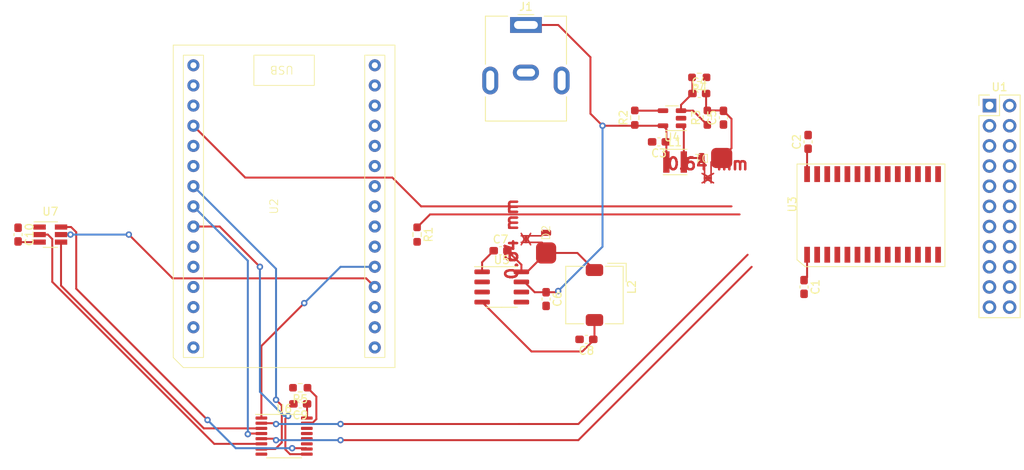
<source format=kicad_pcb>
(kicad_pcb (version 20221018) (generator pcbnew)
  (layers (0 "F.Cu" signal) (31 "B.Cu" signal) (34 "B.Paste" user) (35 "F.Paste" user) (36 "B.SilkS" user "B.Silkscreen") (37 "F.SilkS" user "F.Silkscreen") (38 "B.Mask" user) (39 "F.Mask" user) (44 "Edge.Cuts" user))
  (net 0 "")
  (net 1 "+24V")
  (net 2 "GND")
  (net 3 "+3V3")
  (net 4 "VDC")
  (net 5 "Net-(U4-FB)")
  (net 6 "Net-(U5-CB)")
  (net 7 "Net-(D2-K)")
  (net 8 "+5V")
  (net 9 "Net-(D1-A)")
  (net 10 "/BLANK")
  (net 11 "Net-(U4-EN)")
  (net 12 "Net-(U6-EN)")
  (net 13 "/DOT")
  (net 14 "/D")
  (net 15 "/C")
  (net 16 "/E")
  (net 20 "/G")
  (net 21 "/B")
  (net 22 "/F")
  (net 23 "/A")
  (net 24 "/GRID8")
  (net 25 "/GRID0")
  (net 26 "/GRID2")
  (net 27 "/GRID4")
  (net 28 "/GRID7")
  (net 29 "/GRID6")
  (net 30 "/GRID5")
  (net 31 "/GRID3")
  (net 32 "/GRID1")
  (net 35 "/SPI_MISO")
  (net 36 "/SPI_SCLK")
  (net 37 "/SPI_MOSI")
  (net 39 "/LATCH")
  (net 42 "/TMP_CS")
  (net 43 "Net-(U2-GPIO3,ADC1_CH3)")
  (net 52 "/SPI_A_SCLK")
  (net 53 "/SPI_A_MOSI")
  (net 57 "/SPI_B_SCLK")
  (net 58 "/SPI_B_MOSI")
  (net 59 "/SPI_B_MISO")
  (footprint "Resistor_SMD:R_0603_1608Metric_Pad0.98x0.95mm_HandSolder" (layer "F.Cu") (at 106.68 49.784 90)
    (fp_text reference "R3" (at 0 -1.43 90) (layer "F.SilkS"))
    (fp_text value "246k")
    (fp_line (start -0.254724 -0.5225) (end 0.254724 -0.5225) (stroke (width 0.12)) (layer "F.SilkS"))
    (fp_line (start -0.254724 0.5225) (end 0.254724 0.5225) (stroke (width 0.12)) (layer "F.SilkS"))
    (pad "1" smd roundrect (at -0.9125 0 90) (size 0.975 0.95) (layers "F.Cu" "F.Paste" "F.Mask") (net 5 "Net-(U4-FB)"))
    (pad "2" smd roundrect (at 0.9125 0 90) (size 0.975 0.95) (layers "F.Cu" "F.Paste" "F.Mask") (net 1 "+24V"))
  )
  (footprint "Capacitor_SMD:C_0603_1608Metric_Pad1.08x0.95mm_HandSolder" (layer "F.Cu") (at 19.812 64.516 -90)
    (fp_text reference "C10" (at 0 -1.43 90) (layer "F.SilkS"))
    (fp_text value "0.1uF")
    (fp_line (start -0.146267 -0.51) (end 0.146267 -0.51) (stroke (width 0.12)) (layer "F.SilkS"))
    (fp_line (start -0.146267 0.51) (end 0.146267 0.51) (stroke (width 0.12)) (layer "F.SilkS"))
    (pad "1" smd roundrect (at -0.8625 0 270) (size 1.075 0.95) (layers "F.Cu" "F.Paste" "F.Mask") (net 2 "GND"))
    (pad "2" smd roundrect (at 0.8625 0 270) (size 1.075 0.95) (layers "F.Cu" "F.Paste" "F.Mask") (net 3 "+3V3"))
  )
  (footprint "Package_SO:SOIC-8_3.9x4.9mm_P1.27mm" (layer "F.Cu") (at 80.772 71.12)
    (fp_text reference "U5" (at 0 -3.4) (layer "F.SilkS"))
    (fp_text value "LM2672M-5.0")
    (fp_line (start 0 -2.56) (end -3.45 -2.56) (stroke (width 0.12)) (layer "F.SilkS"))
    (fp_line (start 0 -2.56) (end 1.95 -2.56) (stroke (width 0.12)) (layer "F.SilkS"))
    (fp_line (start 0 2.56) (end -1.95 2.56) (stroke (width 0.12)) (layer "F.SilkS"))
    (fp_line (start 0 2.56) (end 1.95 2.56) (stroke (width 0.12)) (layer "F.SilkS"))
    (pad "1" smd roundrect (at -2.475 -1.905) (size 1.95 0.6) (layers "F.Cu" "F.Paste" "F.Mask") (net 6 "Net-(U5-CB)"))
    (pad "2" smd roundrect (at -2.475 -0.635) (size 1.95 0.6) (layers "F.Cu" "F.Paste" "F.Mask"))
    (pad "3" smd roundrect (at -2.475 0.635) (size 1.95 0.6) (layers "F.Cu" "F.Paste" "F.Mask"))
    (pad "4" smd roundrect (at -2.475 1.905) (size 1.95 0.6) (layers "F.Cu" "F.Paste" "F.Mask") (net 8 "+5V"))
    (pad "5" smd roundrect (at 2.475 1.905) (size 1.95 0.6) (layers "F.Cu" "F.Paste" "F.Mask"))
    (pad "6" smd roundrect (at 2.475 0.635) (size 1.95 0.6) (layers "F.Cu" "F.Paste" "F.Mask") (net 2 "GND"))
    (pad "7" smd roundrect (at 2.475 -0.635) (size 1.95 0.6) (layers "F.Cu" "F.Paste" "F.Mask") (net 4 "VDC"))
    (pad "8" smd roundrect (at 2.475 -1.905) (size 1.95 0.6) (layers "F.Cu" "F.Paste" "F.Mask") (net 7 "Net-(D2-K)"))
  )
  (footprint "Capacitor_SMD:C_0603_1608Metric_Pad1.08x0.95mm_HandSolder" (layer "F.Cu") (at 80.6185 66.548)
    (fp_text reference "C7" (at 0 -1.43) (layer "F.SilkS"))
    (fp_text value "10nF")
    (fp_line (start -0.146267 -0.51) (end 0.146267 -0.51) (stroke (width 0.12)) (layer "F.SilkS"))
    (fp_line (start -0.146267 0.51) (end 0.146267 0.51) (stroke (width 0.12)) (layer "F.SilkS"))
    (pad "1" smd roundrect (at -0.8625 0) (size 1.075 0.95) (layers "F.Cu" "F.Paste" "F.Mask") (net 6 "Net-(U5-CB)"))
    (pad "2" smd roundrect (at 0.8625 0) (size 1.075 0.95) (layers "F.Cu" "F.Paste" "F.Mask") (net 7 "Net-(D2-K)"))
  )
  (footprint "Capacitor_SMD:C_0603_1608Metric_Pad1.08x0.95mm_HandSolder" (layer "F.Cu") (at 105.664 46.736)
    (fp_text reference "C4" (at 0 -1.43) (layer "F.SilkS"))
    (fp_text value "220pF")
    (fp_line (start -0.146267 -0.51) (end 0.146267 -0.51) (stroke (width 0.12)) (layer "F.SilkS"))
    (fp_line (start -0.146267 0.51) (end 0.146267 0.51) (stroke (width 0.12)) (layer "F.SilkS"))
    (pad "1" smd roundrect (at -0.8625 0) (size 1.075 0.95) (layers "F.Cu" "F.Paste" "F.Mask") (net 5 "Net-(U4-FB)"))
    (pad "2" smd roundrect (at 0.8625 0) (size 1.075 0.95) (layers "F.Cu" "F.Paste" "F.Mask") (net 1 "+24V"))
  )
  (footprint "Capacitor_SMD:C_0603_1608Metric_Pad1.08x0.95mm_HandSolder" (layer "F.Cu") (at 86.36 72.644 -90)
    (fp_text reference "C6" (at 0 -1.43 90) (layer "F.SilkS"))
    (fp_text value "100uF")
    (fp_line (start -0.146267 -0.51) (end 0.146267 -0.51) (stroke (width 0.12)) (layer "F.SilkS"))
    (fp_line (start -0.146267 0.51) (end 0.146267 0.51) (stroke (width 0.12)) (layer "F.SilkS"))
    (pad "1" smd roundrect (at -0.8625 0 270) (size 1.075 0.95) (layers "F.Cu" "F.Paste" "F.Mask") (net 4 "VDC"))
    (pad "2" smd roundrect (at 0.8625 0 270) (size 1.075 0.95) (layers "F.Cu" "F.Paste" "F.Mask") (net 2 "GND"))
  )
  (footprint "Capacitor_SMD:C_0603_1608Metric_Pad1.08x0.95mm_HandSolder" (layer "F.Cu") (at 118.872 71.12 -90)
    (fp_text reference "C1" (at 0 -1.43 90) (layer "F.SilkS"))
    (fp_text value "100nF")
    (fp_line (start -0.146267 -0.51) (end 0.146267 -0.51) (stroke (width 0.12)) (layer "F.SilkS"))
    (fp_line (start -0.146267 0.51) (end 0.146267 0.51) (stroke (width 0.12)) (layer "F.SilkS"))
    (pad "1" smd roundrect (at -0.8625 0 270) (size 1.075 0.95) (layers "F.Cu" "F.Paste" "F.Mask") (net 1 "+24V"))
    (pad "2" smd roundrect (at 0.8625 0 270) (size 1.075 0.95) (layers "F.Cu" "F.Paste" "F.Mask") (net 2 "GND"))
  )
  (footprint "Capacitor_SMD:C_0603_1608Metric_Pad1.08x0.95mm_HandSolder" (layer "F.Cu") (at 91.44 77.724 180)
    (fp_text reference "C8" (at 0 -1.43) (layer "F.SilkS"))
    (fp_text value "68uF")
    (fp_line (start -0.146267 -0.51) (end 0.146267 -0.51) (stroke (width 0.12)) (layer "F.SilkS"))
    (fp_line (start -0.146267 0.51) (end 0.146267 0.51) (stroke (width 0.12)) (layer "F.SilkS"))
    (pad "1" smd roundrect (at -0.8625 0 180) (size 1.075 0.95) (layers "F.Cu" "F.Paste" "F.Mask") (net 8 "+5V"))
    (pad "2" smd roundrect (at 0.8625 0 180) (size 1.075 0.95) (layers "F.Cu" "F.Paste" "F.Mask") (net 2 "GND"))
  )
  (footprint "esp-clock:esp32c3_devkit_minim1" (layer "F.Cu") (at 53.34 60.96 90)
    (fp_text reference "U2" (at 0 -1.27 90 unlocked) (layer "F.SilkS") (effects (font (thickness 0.1))))
    (fp_text value "ESP32C3-DevKitM-1")
    (fp_text user "USB" (at 17.78 1.27 180 unlocked) (layer "F.SilkS") (effects (font (thickness 0.1)) (justify left bottom)))
    (fp_line (start -20.32 -12.7) (end -20.32 13.97) (stroke (width 0.1)) (layer "F.SilkS"))
    (fp_line (start -20.32 -12.7) (end -19.05 -13.97) (stroke (width 0.1)) (layer "F.SilkS"))
    (fp_line (start -20.32 13.97) (end 20.32 13.97) (stroke (width 0.1)) (layer "F.SilkS"))
    (fp_line (start 20.32 -13.97) (end -19.05 -13.97) (stroke (width 0.1)) (layer "F.SilkS"))
    (fp_line (start 20.32 13.97) (end 20.32 -13.97) (stroke (width 0.1)) (layer "F.SilkS"))
    (fp_rect (start -19.05 -10.16) (end 19.05 -12.7) (stroke (width 0.1)) (fill none) (layer "F.SilkS"))
    (fp_rect (start -19.05 12.7) (end 19.05 10.16) (stroke (width 0.1)) (fill none) (layer "F.SilkS"))
    (fp_rect (start 15.24 -3.81) (end 19.05 3.81) (stroke (width 0.1)) (fill none) (layer "F.SilkS"))
    (pad "1" thru_hole circle (at -17.78 -11.43 90) (size 1.524 1.524) (drill 0.762) (layers "*.Cu" "*.Mask") (net 2 "GND"))
    (pad "2" thru_hole circle (at -15.24 -11.43 90) (size 1.524 1.524) (drill 0.762) (layers "*.Cu" "*.Mask") (net 3 "+3V3"))
    (pad "3" thru_hole circle (at -12.7 -11.43 90) (size 1.524 1.524) (drill 0.762) (layers "*.Cu" "*.Mask"))
    (pad "4" thru_hole circle (at -10.16 -11.43 90) (size 1.524 1.524) (drill 0.762) (layers "*.Cu" "*.Mask"))
    (pad "5" thru_hole circle (at -7.62 -11.43 90) (size 1.524 1.524) (drill 0.762) (layers "*.Cu" "*.Mask"))
    (pad "6" thru_hole circle (at -5.08 -11.43 90) (size 1.524 1.524) (drill 0.762) (layers "*.Cu" "*.Mask"))
    (pad "7" thru_hole circle (at -2.54 -11.43 90) (size 1.524 1.524) (drill 0.762) (layers "*.Cu" "*.Mask") (net 35 "/SPI_MISO"))
    (pad "8" thru_hole circle (at 0 -11.43 90) (size 1.524 1.524) (drill 0.762) (layers "*.Cu" "*.Mask") (net 36 "/SPI_SCLK"))
    (pad "9" thru_hole circle (at 2.54 -11.43 90) (size 1.524 1.524) (drill 0.762) (layers "*.Cu" "*.Mask") (net 37 "/SPI_MOSI"))
    (pad "10" thru_hole circle (at 5.08 -11.43 90) (size 1.524 1.524) (drill 0.762) (layers "*.Cu" "*.Mask"))
    (pad "11" thru_hole circle (at 7.62 -11.43 90) (size 1.524 1.524) (drill 0.762) (layers "*.Cu" "*.Mask"))
    (pad "12" thru_hole circle (at 10.16 -11.43 90) (size 1.524 1.524) (drill 0.762) (layers "*.Cu" "*.Mask") (net 39 "/LATCH"))
    (pad "13" thru_hole circle (at 12.7 -11.43 90) (size 1.524 1.524) (drill 0.762) (layers "*.Cu" "*.Mask") (net 8 "+5V"))
    (pad "14" thru_hole circle (at 15.24 -11.43 90) (size 1.524 1.524) (drill 0.762) (layers "*.Cu" "*.Mask"))
    (pad "15" thru_hole circle (at 17.78 -11.43 90) (size 1.524 1.524) (drill 0.762) (layers "*.Cu" "*.Mask"))
    (pad "16" thru_hole circle (at -17.78 11.43 90) (size 1.524 1.524) (drill 0.762) (layers "*.Cu" "*.Mask"))
    (pad "17" thru_hole circle (at -15.24 11.43 90) (size 1.524 1.524) (drill 0.762) (layers "*.Cu" "*.Mask"))
    (pad "18" thru_hole circle (at -12.7 11.43 90) (size 1.524 1.524) (drill 0.762) (layers "*.Cu" "*.Mask"))
    (pad "19" thru_hole circle (at -10.16 11.43 90) (size 1.524 1.524) (drill 0.762) (layers "*.Cu" "*.Mask") (net 42 "/TMP_CS"))
    (pad "20" thru_hole circle (at -7.62 11.43 90) (size 1.524 1.524) (drill 0.762) (layers "*.Cu" "*.Mask") (net 43 "Net-(U2-GPIO3,ADC1_CH3)"))
    (pad "21" thru_hole circle (at -5.08 11.43 90) (size 1.524 1.524) (drill 0.762) (layers "*.Cu" "*.Mask"))
    (pad "22" thru_hole circle (at -2.54 11.43 90) (size 1.524 1.524) (drill 0.762) (layers "*.Cu" "*.Mask") (net 10 "/BLANK"))
    (pad "23" thru_hole circle (at 0 11.43 90) (size 1.524 1.524) (drill 0.762) (layers "*.Cu" "*.Mask"))
    (pad "24" thru_hole circle (at 2.54 11.43 90) (size 1.524 1.524) (drill 0.762) (layers "*.Cu" "*.Mask"))
    (pad "25" thru_hole circle (at 5.08 11.43 90) (size 1.524 1.524) (drill 0.762) (layers "*.Cu" "*.Mask"))
    (pad "26" thru_hole circle (at 7.62 11.43 90) (size 1.524 1.524) (drill 0.762) (layers "*.Cu" "*.Mask"))
    (pad "27" thru_hole circle (at 10.16 11.43 90) (size 1.524 1.524) (drill 0.762) (layers "*.Cu" "*.Mask"))
    (pad "28" thru_hole circle (at 12.7 11.43 90) (size 1.524 1.524) (drill 0.762) (layers "*.Cu" "*.Mask"))
    (pad "29" thru_hole circle (at 15.24 11.43 90) (size 1.524 1.524) (drill 0.762) (layers "*.Cu" "*.Mask"))
    (pad "30" thru_hole circle (at 17.78 11.43 90) (size 1.524 1.524) (drill 0.762) (layers "*.Cu" "*.Mask"))
  )
  (footprint "Package_TO_SOT_SMD:SOT-23-6_Handsoldering" (layer "F.Cu") (at 23.876 64.516)
    (fp_text reference "U7" (at 0 -2.9) (layer "F.SilkS"))
    (fp_text value "TMP125")
    (fp_line (start -0.9 1.61) (end 0.9 1.61) (stroke (width 0.12)) (layer "F.SilkS"))
    (fp_line (start 0.9 -1.61) (end -2.05 -1.61) (stroke (width 0.12)) (layer "F.SilkS"))
    (pad "1" smd rect (at -1.35 -0.95) (size 1.56 0.65) (layers "F.Cu" "F.Paste" "F.Mask") (net 2 "GND"))
    (pad "2" smd rect (at -1.35 0) (size 1.56 0.65) (layers "F.Cu" "F.Paste" "F.Mask") (net 58 "/SPI_B_MOSI"))
    (pad "3" smd rect (at -1.35 0.95) (size 1.56 0.65) (layers "F.Cu" "F.Paste" "F.Mask") (net 3 "+3V3"))
    (pad "4" smd rect (at 1.35 0.95) (size 1.56 0.65) (layers "F.Cu" "F.Paste" "F.Mask") (net 57 "/SPI_B_SCLK"))
    (pad "5" smd rect (at 1.35 0) (size 1.56 0.65) (layers "F.Cu" "F.Paste" "F.Mask") (net 42 "/TMP_CS"))
    (pad "6" smd rect (at 1.35 -0.95) (size 1.56 0.65) (layers "F.Cu" "F.Paste" "F.Mask") (net 59 "/SPI_B_MISO"))
  )
  (footprint "Inductor_SMD:L_Taiyo-Yuden_MD-3030" (layer "F.Cu") (at 102.616 55.372)
    (fp_text reference "L1" (at 0 -2.5) (layer "F.SilkS"))
    (fp_text value "10uH")
    (fp_line (start -1.5 -1.6) (end 1.5 -1.6) (stroke (width 0.12)) (layer "F.SilkS"))
    (fp_line (start -1.5 1.6) (end 1.5 1.6) (stroke (width 0.12)) (layer "F.SilkS"))
    (pad "1" smd rect (at -1.1 0) (size 0.8 2.7) (layers "F.Cu" "F.Paste" "F.Mask") (net 4 "VDC"))
    (pad "2" smd rect (at 1.1 0) (size 0.8 2.7) (layers "F.Cu" "F.Paste" "F.Mask") (net 9 "Net-(D1-A)"))
  )
  (footprint "Package_TO_SOT_SMD:SOT-23-5" (layer "F.Cu") (at 102.2295 49.85 180)
    (fp_text reference "U4" (at 0 -2.4) (layer "F.SilkS"))
    (fp_text value "LM27313XMF")
    (fp_line (start 0 -1.56) (end -1.8 -1.56) (stroke (width 0.12)) (layer "F.SilkS"))
    (fp_line (start 0 -1.56) (end 0.8 -1.56) (stroke (width 0.12)) (layer "F.SilkS"))
    (fp_line (start 0 1.56) (end -0.8 1.56) (stroke (width 0.12)) (layer "F.SilkS"))
    (fp_line (start 0 1.56) (end 0.8 1.56) (stroke (width 0.12)) (layer "F.SilkS"))
    (pad "1" smd roundrect (at -1.1375 -0.95 180) (size 1.325 0.6) (layers "F.Cu" "F.Paste" "F.Mask") (net 9 "Net-(D1-A)"))
    (pad "2" smd roundrect (at -1.1375 0 180) (size 1.325 0.6) (layers "F.Cu" "F.Paste" "F.Mask") (net 2 "GND"))
    (pad "3" smd roundrect (at -1.1375 0.95 180) (size 1.325 0.6) (layers "F.Cu" "F.Paste" "F.Mask") (net 5 "Net-(U4-FB)"))
    (pad "4" smd roundrect (at 1.1375 0.95 180) (size 1.325 0.6) (layers "F.Cu" "F.Paste" "F.Mask") (net 11 "Net-(U4-EN)"))
    (pad "5" smd roundrect (at 1.1375 -0.95 180) (size 1.325 0.6) (layers "F.Cu" "F.Paste" "F.Mask") (net 4 "VDC"))
  )
  (footprint "Capacitor_SMD:C_0603_1608Metric_Pad1.08x0.95mm_HandSolder" (layer "F.Cu") (at 55.372 85.852 180)
    (fp_text reference "C9" (at 0 -1.43) (layer "F.SilkS"))
    (fp_text value "100uF")
    (fp_line (start -0.146267 -0.51) (end 0.146267 -0.51) (stroke (width 0.12)) (layer "F.SilkS"))
    (fp_line (start -0.146267 0.51) (end 0.146267 0.51) (stroke (width 0.12)) (layer "F.SilkS"))
    (pad "1" smd roundrect (at -0.8625 0 180) (size 1.075 0.95) (layers "F.Cu" "F.Paste" "F.Mask") (net 3 "+3V3"))
    (pad "2" smd roundrect (at 0.8625 0 180) (size 1.075 0.95) (layers "F.Cu" "F.Paste" "F.Mask") (net 2 "GND"))
  )
  (footprint "Resistor_SMD:R_0603_1608Metric_Pad0.98x0.95mm_HandSolder" (layer "F.Cu") (at 70.104 64.516 -90)
    (fp_text reference "R1" (at 0 -1.43 90) (layer "F.SilkS"))
    (fp_text value "R")
    (fp_line (start -0.254724 -0.5225) (end 0.254724 -0.5225) (stroke (width 0.12)) (layer "F.SilkS"))
    (fp_line (start -0.254724 0.5225) (end 0.254724 0.5225) (stroke (width 0.12)) (layer "F.SilkS"))
    (pad "1" smd roundrect (at -0.9125 0 270) (size 0.975 0.95) (layers "F.Cu" "F.Paste" "F.Mask") (net 10 "/BLANK"))
    (pad "2" smd roundrect (at 0.9125 0 270) (size 0.975 0.95) (layers "F.Cu" "F.Paste" "F.Mask") (net 3 "+3V3"))
  )
  (footprint "Capacitor_SMD:C_0603_1608Metric_Pad1.08x0.95mm_HandSolder" (layer "F.Cu") (at 119.38 52.832 90)
    (fp_text reference "C2" (at 0 -1.43 90) (layer "F.SilkS"))
    (fp_text value "100nF")
    (fp_line (start -0.146267 -0.51) (end 0.146267 -0.51) (stroke (width 0.12)) (layer "F.SilkS"))
    (fp_line (start -0.146267 0.51) (end 0.146267 0.51) (stroke (width 0.12)) (layer "F.SilkS"))
    (pad "1" smd roundrect (at -0.8625 0 90) (size 1.075 0.95) (layers "F.Cu" "F.Paste" "F.Mask") (net 3 "+3V3"))
    (pad "2" smd roundrect (at 0.8625 0 90) (size 1.075 0.95) (layers "F.Cu" "F.Paste" "F.Mask") (net 2 "GND"))
  )
  (footprint "Capacitor_SMD:C_0603_1608Metric_Pad1.08x0.95mm_HandSolder" (layer "F.Cu") (at 100.584 52.832 180)
    (fp_text reference "C3" (at 0 -1.43) (layer "F.SilkS"))
    (fp_text value "2.2uF")
    (fp_line (start -0.146267 -0.51) (end 0.146267 -0.51) (stroke (width 0.12)) (layer "F.SilkS"))
    (fp_line (start -0.146267 0.51) (end 0.146267 0.51) (stroke (width 0.12)) (layer "F.SilkS"))
    (pad "1" smd roundrect (at -0.8625 0 180) (size 1.075 0.95) (layers "F.Cu" "F.Paste" "F.Mask") (net 4 "VDC"))
    (pad "2" smd roundrect (at 0.8625 0 180) (size 1.075 0.95) (layers "F.Cu" "F.Paste" "F.Mask") (net 2 "GND"))
  )
  (footprint "Connector_PinHeader_2.54mm:PinHeader_2x11_P2.54mm_Vertical" (layer "F.Cu") (at 142.24 48.26)
    (fp_text reference "U1" (at 1.27 -2.33) (layer "F.SilkS"))
    (fp_text value "IV-18")
    (fp_line (start -1.33 -1.33) (end 0 -1.33) (stroke (width 0.12)) (layer "F.SilkS"))
    (fp_line (start -1.33 0) (end -1.33 -1.33) (stroke (width 0.12)) (layer "F.SilkS"))
    (fp_line (start -1.33 1.27) (end -1.33 26.73) (stroke (width 0.12)) (layer "F.SilkS"))
    (fp_line (start -1.33 1.27) (end 1.27 1.27) (stroke (width 0.12)) (layer "F.SilkS"))
    (fp_line (start -1.33 26.73) (end 3.87 26.73) (stroke (width 0.12)) (layer "F.SilkS"))
    (fp_line (start 1.27 -1.33) (end 3.87 -1.33) (stroke (width 0.12)) (layer "F.SilkS"))
    (fp_line (start 1.27 1.27) (end 1.27 -1.33) (stroke (width 0.12)) (layer "F.SilkS"))
    (fp_line (start 3.87 -1.33) (end 3.87 26.73) (stroke (width 0.12)) (layer "F.SilkS"))
    (pad "1" thru_hole rect (at 0 0) (size 1.7 1.7) (drill 1) (layers "*.Cu" "*.Mask") (net 8 "+5V"))
    (pad "2" thru_hole oval (at 2.54 0) (size 1.7 1.7) (drill 1) (layers "*.Cu" "*.Mask") (net 13 "/DOT"))
    (pad "3" thru_hole oval (at 0 2.54) (size 1.7 1.7) (drill 1) (layers "*.Cu" "*.Mask") (net 14 "/D"))
    (pad "4" thru_hole oval (at 2.54 2.54) (size 1.7 1.7) (drill 1) (layers "*.Cu" "*.Mask") (net 15 "/C"))
    (pad "5" thru_hole oval (at 0 5.08) (size 1.7 1.7) (drill 1) (layers "*.Cu" "*.Mask") (net 16 "/E"))
    (pad "6" thru_hole oval (at 2.54 5.08) (size 1.7 1.7) (drill 1) (layers "*.Cu" "*.Mask"))
    (pad "7" thru_hole oval (at 0 7.62) (size 1.7 1.7) (drill 1) (layers "*.Cu" "*.Mask"))
    (pad "8" thru_hole oval (at 2.54 7.62) (size 1.7 1.7) (drill 1) (layers "*.Cu" "*.Mask"))
    (pad "9" thru_hole oval (at 0 10.16) (size 1.7 1.7) (drill 1) (layers "*.Cu" "*.Mask") (net 20 "/G"))
    (pad "10" thru_hole oval (at 2.54 10.16) (size 1.7 1.7) (drill 1) (layers "*.Cu" "*.Mask") (net 21 "/B"))
    (pad "11" thru_hole oval (at 0 12.7) (size 1.7 1.7) (drill 1) (layers "*.Cu" "*.Mask") (net 22 "/F"))
    (pad "12" thru_hole oval (at 2.54 12.7) (size 1.7 1.7) (drill 1) (layers "*.Cu" "*.Mask") (net 23 "/A"))
    (pad "13" thru_hole oval (at 0 15.24) (size 1.7 1.7) (drill 1) (layers "*.Cu" "*.Mask") (net 2 "GND"))
    (pad "14" thru_hole oval (at 2.54 15.24) (size 1.7 1.7) (drill 1) (layers "*.Cu" "*.Mask") (net 24 "/GRID8"))
    (pad "15" thru_hole oval (at 0 17.78) (size 1.7 1.7) (drill 1) (layers "*.Cu" "*.Mask") (net 25 "/GRID0"))
    (pad "16" thru_hole oval (at 2.54 17.78) (size 1.7 1.7) (drill 1) (layers "*.Cu" "*.Mask") (net 26 "/GRID2"))
    (pad "17" thru_hole oval (at 0 20.32) (size 1.7 1.7) (drill 1) (layers "*.Cu" "*.Mask") (net 27 "/GRID4"))
    (pad "18" thru_hole oval (at 2.54 20.32) (size 1.7 1.7) (drill 1) (layers "*.Cu" "*.Mask") (net 28 "/GRID7"))
    (pad "19" thru_hole oval (at 0 22.86) (size 1.7 1.7) (drill 1) (layers "*.Cu" "*.Mask") (net 29 "/GRID6"))
    (pad "20" thru_hole oval (at 2.54 22.86) (size 1.7 1.7) (drill 1) (layers "*.Cu" "*.Mask") (net 30 "/GRID5"))
    (pad "21" thru_hole oval (at 0 25.4) (size 1.7 1.7) (drill 1) (layers "*.Cu" "*.Mask") (net 31 "/GRID3"))
    (pad "22" thru_hole oval (at 2.54 25.4) (size 1.7 1.7) (drill 1) (layers "*.Cu" "*.Mask") (net 32 "/GRID1"))
  )
  (footprint "esp-clock:D_DO216AA" (layer "F.Cu") (at 86.36 64.2925 90)
    (fp_text reference "D2" (at 0 0 90 unlocked) (layer "F.SilkS") (effects (font (thickness 0.1))))
    (fp_text value "UPS5819")
    (dimension (type aligned) (layer "F.Cu") (pts (xy 86.36 64.6725) (xy 86.36 65.4975)) (height 2.54) (gr_text "0.64 mm" (at 82.02 65.085 90) (layer "F.Cu") (effects (font (size 1.5 1.5) (thickness 0.3)))) (format (prefix "") (suffix "") (units 3) (units_format 1) (precision 4) (override_value "0.64")) (style (thickness 0.2) (arrow_length 1.27) (text_position_mode 0) (extension_height 0.58642) (extension_offset 0.5) keep_text_aligned))
    (pad "1" smd roundrect (at -2.54 0 90) (size 2.67 2.54) (layers "F.Cu" "F.Paste" "F.Mask") (net 7 "Net-(D2-K)"))
    (pad "2" smd roundrect (at 0 0 90) (size 0.76 1.27) (layers "F.Cu" "F.Paste" "F.Mask") (net 2 "GND"))
  )
  (footprint "Resistor_SMD:R_0603_1608Metric_Pad0.98x0.95mm_HandSolder" (layer "F.Cu") (at 97.536 49.784 90)
    (fp_text reference "R2" (at 0 -1.43 90) (layer "F.SilkS"))
    (fp_text value "51k")
    (fp_line (start -0.254724 -0.5225) (end 0.254724 -0.5225) (stroke (width 0.12)) (layer "F.SilkS"))
    (fp_line (start -0.254724 0.5225) (end 0.254724 0.5225) (stroke (width 0.12)) (layer "F.SilkS"))
    (pad "1" smd roundrect (at -0.9125 0 90) (size 0.975 0.95) (layers "F.Cu" "F.Paste" "F.Mask") (net 4 "VDC"))
    (pad "2" smd roundrect (at 0.9125 0 90) (size 0.975 0.95) (layers "F.Cu" "F.Paste" "F.Mask") (net 11 "Net-(U4-EN)"))
  )
  (footprint "esp-clock:WSO-28" (layer "F.Cu") (at 127.508 61.976)
    (fp_text reference "U3" (at -10.115 -1.27 90) (layer "F.SilkS"))
    (fp_text value "MAX6921AWI")
    (fp_line (start -9.525 -6.35) (end -9.115 -6.35) (stroke (width 0.1)) (layer "F.SilkS"))
    (fp_line (start -9.525 5.715) (end -9.525 -6.35) (stroke (width 0.1)) (layer "F.SilkS"))
    (fp_line (start -9.115 -6.35) (end 9.115 -6.35) (stroke (width 0.12)) (layer "F.SilkS"))
    (fp_line (start -8.49 6.58) (end -9.525 5.715) (stroke (width 0.12)) (layer "F.SilkS"))
    (fp_line (start 9.115 -6.35) (end 9.115 6.58) (stroke (width 0.1)) (layer "F.SilkS"))
    (fp_line (start 9.115 6.58) (end -8.49 6.58) (stroke (width 0.12)) (layer "F.SilkS"))
    (pad "1" smd rect (at -8.255 5.08) (size 0.72 2) (layers "F.Cu" "F.Paste" "F.Mask") (net 1 "+24V"))
    (pad "2" smd rect (at -6.985 5.08) (size 0.72 2) (layers "F.Cu" "F.Paste" "F.Mask"))
    (pad "3" smd rect (at -5.715 5.08) (size 0.72 2) (layers "F.Cu" "F.Paste" "F.Mask"))
    (pad "4" smd rect (at -4.445 5.08) (size 0.72 2) (layers "F.Cu" "F.Paste" "F.Mask"))
    (pad "5" smd rect (at -3.175 5.08) (size 0.72 2) (layers "F.Cu" "F.Paste" "F.Mask"))
    (pad "6" smd rect (at -1.905 5.08) (size 0.72 2) (layers "F.Cu" "F.Paste" "F.Mask") (net 24 "/GRID8"))
    (pad "7" smd rect (at -0.635 5.08) (size 0.72 2) (layers "F.Cu" "F.Paste" "F.Mask") (net 28 "/GRID7"))
    (pad "8" smd rect (at 0.635 5.08) (size 0.72 2) (layers "F.Cu" "F.Paste" "F.Mask") (net 29 "/GRID6"))
    (pad "9" smd rect (at 1.905 5.08) (size 0.72 2) (layers "F.Cu" "F.Paste" "F.Mask") (net 30 "/GRID5"))
    (pad "10" smd rect (at 3.175 5.08) (size 0.72 2) (layers "F.Cu" "F.Paste" "F.Mask") (net 27 "/GRID4"))
    (pad "11" smd rect (at 4.445 5.08) (size 0.72 2) (layers "F.Cu" "F.Paste" "F.Mask") (net 31 "/GRID3"))
    (pad "12" smd rect (at 5.715 5.08) (size 0.72 2) (layers "F.Cu" "F.Paste" "F.Mask") (net 26 "/GRID2"))
    (pad "13" smd rect (at 6.985 5.08) (size 0.72 2) (layers "F.Cu" "F.Paste" "F.Mask") (net 10 "/BLANK"))
    (pad "14" smd rect (at 8.255 5.08) (size 0.72 2) (layers "F.Cu" "F.Paste" "F.Mask") (net 2 "GND"))
    (pad "15" smd rect (at 8.255 -5.08) (size 0.72 2) (layers "F.Cu" "F.Paste" "F.Mask") (net 52 "/SPI_A_SCLK"))
    (pad "16" smd rect (at 6.985 -5.08) (size 0.72 2) (layers "F.Cu" "F.Paste" "F.Mask") (net 39 "/LATCH"))
    (pad "17" smd rect (at 5.715 -5.08) (size 0.72 2) (layers "F.Cu" "F.Paste" "F.Mask") (net 32 "/GRID1"))
    (pad "18" smd rect (at 4.445 -5.08) (size 0.72 2) (layers "F.Cu" "F.Paste" "F.Mask") (net 25 "/GRID0"))
    (pad "19" smd rect (at 3.175 -5.08) (size 0.72 2) (layers "F.Cu" "F.Paste" "F.Mask") (net 13 "/DOT"))
    (pad "20" smd rect (at 1.905 -5.08) (size 0.72 2) (layers "F.Cu" "F.Paste" "F.Mask") (net 20 "/G"))
    (pad "21" smd rect (at 0.635 -5.08) (size 0.72 2) (layers "F.Cu" "F.Paste" "F.Mask") (net 22 "/F"))
    (pad "22" smd rect (at -0.635 -5.08) (size 0.72 2) (layers "F.Cu" "F.Paste" "F.Mask") (net 16 "/E"))
    (pad "23" smd rect (at -1.905 -5.08) (size 0.72 2) (layers "F.Cu" "F.Paste" "F.Mask") (net 14 "/D"))
    (pad "24" smd rect (at -3.175 -5.08) (size 0.72 2) (layers "F.Cu" "F.Paste" "F.Mask") (net 15 "/C"))
    (pad "25" smd rect (at -4.445 -5.08) (size 0.72 2) (layers "F.Cu" "F.Paste" "F.Mask") (net 21 "/B"))
    (pad "26" smd rect (at -5.715 -5.08) (size 0.72 2) (layers "F.Cu" "F.Paste" "F.Mask") (net 23 "/A"))
    (pad "27" smd rect (at -6.985 -5.08) (size 0.72 2) (layers "F.Cu" "F.Paste" "F.Mask") (net 53 "/SPI_A_MOSI"))
    (pad "28" smd rect (at -8.255 -5.08) (size 0.72 2) (layers "F.Cu" "F.Paste" "F.Mask") (net 3 "+3V3"))
  )
  (footprint "Inductor_SMD:L_TDK_SLF7045" (layer "F.Cu") (at 92.456 72.136 -90)
    (fp_text reference "L2" (at -1 -4.7 90) (layer "F.SilkS"))
    (fp_text value "47uH")
    (fp_line (start -4 -4) (end -1.67 -4) (stroke (width 0.12)) (layer "F.SilkS"))
    (fp_line (start -4 -1.67) (end -4 -4) (stroke (width 0.12)) (layer "F.SilkS"))
    (fp_line (start -3.62 -3.62) (end -3.62 -1.35) (stroke (width 0.12)) (layer "F.SilkS"))
    (fp_line (start -3.62 -3.62) (end 3.62 -3.62) (stroke (width 0.12)) (layer "F.SilkS"))
    (fp_line (start -3.62 1.35) (end -3.62 3.62) (stroke (width 0.12)) (layer "F.SilkS"))
    (fp_line (start -3.62 3.62) (end 3.62 3.62) (stroke (width 0.12)) (layer "F.SilkS"))
    (fp_line (start 3.62 -3.62) (end 3.62 -1.35) (stroke (width 0.12)) (layer "F.SilkS"))
    (fp_line (start 3.62 1.35) (end 3.62 3.62) (stroke (width 0.12)) (layer "F.SilkS"))
    (pad "1" smd roundrect (at -3.15 0 270) (size 1.5 2.2) (layers "F.Cu" "F.Paste" "F.Mask") (net 7 "Net-(D2-K)"))
    (pad "2" smd roundrect (at 3.15 0 270) (size 1.5 2.2) (layers "F.Cu" "F.Paste" "F.Mask") (net 8 "+5V"))
  )
  (footprint "Resistor_SMD:R_0603_1608Metric_Pad0.98x0.95mm_HandSolder" (layer "F.Cu") (at 105.664 44.704 180)
    (fp_text reference "R4" (at 0 -1.43) (layer "F.SilkS"))
    (fp_text value "13k3")
    (fp_line (start -0.254724 -0.5225) (end 0.254724 -0.5225) (stroke (width 0.12)) (layer "F.SilkS"))
    (fp_line (start -0.254724 0.5225) (end 0.254724 0.5225) (stroke (width 0.12)) (layer "F.SilkS"))
    (pad "1" smd roundrect (at -0.9125 0 180) (size 0.975 0.95) (layers "F.Cu" "F.Paste" "F.Mask") (net 2 "GND"))
    (pad "2" smd roundrect (at 0.9125 0 180) (size 0.975 0.95) (layers "F.Cu" "F.Paste" "F.Mask") (net 5 "Net-(U4-FB)"))
  )
  (footprint "Capacitor_SMD:C_0603_1608Metric_Pad1.08x0.95mm_HandSolder" (layer "F.Cu") (at 108.712 49.784 90)
    (fp_text reference "C5" (at 0 -1.43 90) (layer "F.SilkS"))
    (fp_text value "4.7uF")
    (fp_line (start -0.146267 -0.51) (end 0.146267 -0.51) (stroke (width 0.12)) (layer "F.SilkS"))
    (fp_line (start -0.146267 0.51) (end 0.146267 0.51) (stroke (width 0.12)) (layer "F.SilkS"))
    (pad "1" smd roundrect (at -0.8625 0 90) (size 1.075 0.95) (layers "F.Cu" "F.Paste" "F.Mask") (net 2 "GND"))
    (pad "2" smd roundrect (at 0.8625 0 90) (size 1.075 0.95) (layers "F.Cu" "F.Paste" "F.Mask") (net 1 "+24V"))
  )
  (footprint "esp-clock:D_DO216AA" (layer "F.Cu") (at 105.9485 54.864 180)
    (fp_text reference "D1" (at 0 0 180 unlocked) (layer "F.SilkS") (effects (font (thickness 0.1))))
    (fp_text value "UPS5819")
    (dimension (type aligned) (layer "F.Cu") (pts (xy 106.3285 54.864) (xy 107.1535 54.864)) (height 2.54) (gr_text "0.64 mm" (at 106.741 55.604) (layer "F.Cu") (effects (font (size 1.5 1.5) (thickness 0.3)))) (format (prefix "") (suffix "") (units 3) (units_format 1) (precision 4) (override_value "0.64")) (style (thickness 0.2) (arrow_length 1.27) (text_position_mode 0) (extension_height 0.58642) (extension_offset 0.5) keep_text_aligned))
    (pad "1" smd roundrect (at -2.54 0 180) (size 2.67 2.54) (layers "F.Cu" "F.Paste" "F.Mask") (net 1 "+24V"))
    (pad "2" smd roundrect (at 0 0 180) (size 0.76 1.27) (layers "F.Cu" "F.Paste" "F.Mask") (net 9 "Net-(D1-A)"))
  )
  (footprint "Connector_BarrelJack:BarrelJack_CUI_PJ-063AH_Horizontal" (layer "F.Cu") (at 83.82 38.1)
    (fp_text reference "J1" (at 0 -2.3) (layer "F.SilkS"))
    (fp_text value "Barrel_Jack_MountingPin")
    (fp_line (start -5.11 -1.11) (end -2.3 -1.11) (stroke (width 0.12)) (layer "F.SilkS"))
    (fp_line (start -5.11 4.95) (end -5.11 -1.11) (stroke (width 0.12)) (layer "F.SilkS"))
    (fp_line (start -5.11 12.11) (end -5.11 9.05) (stroke (width 0.12)) (layer "F.SilkS"))
    (fp_line (start -1 -1.3) (end 1 -1.3) (stroke (width 0.12)) (layer "F.SilkS"))
    (fp_line (start 2.3 -1.11) (end 5.11 -1.11) (stroke (width 0.12)) (layer "F.SilkS"))
    (fp_line (start 5.11 -1.11) (end 5.11 4.95) (stroke (width 0.12)) (layer "F.SilkS"))
    (fp_line (start 5.11 9.05) (end 5.11 12.11) (stroke (width 0.12)) (layer "F.SilkS"))
    (fp_line (start 5.11 12.11) (end -5.11 12.11) (stroke (width 0.12)) (layer "F.SilkS"))
    (pad "" np_thru_hole circle (at 0 9) (size 1.6 1.6) (drill 1.6) (layers "*.Cu" "*.Mask"))
    (pad "1" thru_hole rect (at 0 0) (size 4 2) (drill oval 3 1) (layers "*.Cu" "*.Mask") (net 4 "VDC"))
    (pad "2" thru_hole oval (at 0 6) (size 3.3 2) (drill oval 2.3 1) (layers "*.Cu" "*.Mask") (net 2 "GND"))
    (pad "MP" thru_hole oval (at -4.5 7) (size 2 3.5) (drill oval 1 2.5) (layers "*.Cu" "*.Mask") (net 2 "GND"))
    (pad "MP" thru_hole oval (at 4.5 7) (size 2 3.5) (drill oval 1 2.5) (layers "*.Cu" "*.Mask") (net 2 "GND"))
  )
  (footprint "Package_SO:TSSOP-16_4.4x5mm_P0.65mm" (layer "F.Cu") (at 53.34 89.916)
    (fp_text reference "U6" (at 0 -3.45) (layer "F.SilkS"))
    (fp_text value "TMUX1574")
    (fp_line (start 0 -2.735) (end -3.6 -2.735) (stroke (width 0.12)) (layer "F.SilkS"))
    (fp_line (start 0 -2.735) (end 2.2 -2.735) (stroke (width 0.12)) (layer "F.SilkS"))
    (fp_line (start 0 2.735) (end -2.2 2.735) (stroke (width 0.12)) (layer "F.SilkS"))
    (fp_line (start 0 2.735) (end 2.2 2.735) (stroke (width 0.12)) (layer "F.SilkS"))
    (pad "1" smd roundrect (at -2.8625 -2.275) (size 1.475 0.4) (layers "F.Cu" "F.Paste" "F.Mask") (net 43 "Net-(U2-GPIO3,ADC1_CH3)"))
    (pad "2" smd roundrect (at -2.8625 -1.625) (size 1.475 0.4) (layers "F.Cu" "F.Paste" "F.Mask") (net 52 "/SPI_A_SCLK"))
    (pad "3" smd roundrect (at -2.8625 -0.975) (size 1.475 0.4) (layers "F.Cu" "F.Paste" "F.Mask") (net 57 "/SPI_B_SCLK"))
    (pad "4" smd roundrect (at -2.8625 -0.325) (size 1.475 0.4) (layers "F.Cu" "F.Paste" "F.Mask") (net 36 "/SPI_SCLK"))
    (pad "5" smd roundrect (at -2.8625 0.325) (size 1.475 0.4) (layers "F.Cu" "F.Paste" "F.Mask") (net 53 "/SPI_A_MOSI"))
    (pad "6" smd roundrect (at -2.8625 0.975) (size 1.475 0.4) (layers "F.Cu" "F.Paste" "F.Mask") (net 58 "/SPI_B_MOSI"))
    (pad "7" smd roundrect (at -2.8625 1.625) (size 1.475 0.4) (layers "F.Cu" "F.Paste" "F.Mask") (net 37 "/SPI_MOSI"))
    (pad "8" smd roundrect (at -2.8625 2.275) (size 1.475 0.4) (layers "F.Cu" "F.Paste" "F.Mask") (net 2 "GND"))
    (pad "9" smd roundrect (at 2.8625 2.275) (size 1.475 0.4) (layers "F.Cu" "F.Paste" "F.Mask") (net 35 "/SPI_MISO"))
    (pad "10" smd roundrect (at 2.8625 1.625) (size 1.475 0.4) (layers "F.Cu" "F.Paste" "F.Mask") (net 59 "/SPI_B_MISO"))
    (pad "11" smd roundrect (at 2.8625 0.975) (size 1.475 0.4) (layers "F.Cu" "F.Paste" "F.Mask"))
    (pad "12" smd roundrect (at 2.8625 0.325) (size 1.475 0.4) (layers "F.Cu" "F.Paste" "F.Mask"))
    (pad "13" smd roundrect (at 2.8625 -0.325) (size 1.475 0.4) (layers "F.Cu" "F.Paste" "F.Mask"))
    (pad "14" smd roundrect (at 2.8625 -0.975) (size 1.475 0.4) (layers "F.Cu" "F.Paste" "F.Mask"))
    (pad "15" smd roundrect (at 2.8625 -1.625) (size 1.475 0.4) (layers "F.Cu" "F.Paste" "F.Mask") (net 12 "Net-(U6-EN)"))
    (pad "16" smd roundrect (at 2.8625 -2.275) (size 1.475 0.4) (layers "F.Cu" "F.Paste" "F.Mask") (net 3 "+3V3"))
  )
  (footprint "Resistor_SMD:R_0603_1608Metric_Pad0.98x0.95mm_HandSolder" (layer "F.Cu") (at 55.372 83.82 180)
    (fp_text reference "R5" (at 0 -1.43) (layer "F.SilkS"))
    (fp_text value "R")
    (fp_line (start -0.254724 -0.5225) (end 0.254724 -0.5225) (stroke (width 0.12)) (layer "F.SilkS"))
    (fp_line (start -0.254724 0.5225) (end 0.254724 0.5225) (stroke (width 0.12)) (layer "F.SilkS"))
    (pad "1" smd roundrect (at -0.9125 0 180) (size 0.975 0.95) (layers "F.Cu" "F.Paste" "F.Mask") (net 12 "Net-(U6-EN)"))
    (pad "2" smd roundrect (at 0.9125 0 180) (size 0.975 0.95) (layers "F.Cu" "F.Paste" "F.Mask") (net 2 "GND"))
  )
  (segment (start 119.253 67.056) (end 119.253 69.8765) (width 0.25) (layer "F.Cu") (net 1))
  (segment (start 106.5265 46.736) (end 106.5265 48.718) (width 0.25) (layer "F.Cu") (net 1))
  (segment (start 108.712 48.9215) (end 109.728 49.9375) (width 0.25) (layer "F.Cu") (net 1))
  (segment (start 108.662 48.8715) (end 108.712 48.9215) (width 0.25) (layer "F.Cu") (net 1))
  (segment (start 106.5265 48.718) (end 106.68 48.8715) (width 0.25) (layer "F.Cu") (net 1))
  (segment (start 109.728 53.6245) (end 108.4885 54.864) (width 0.25) (layer "F.Cu") (net 1))
  (segment (start 109.728 49.9375) (end 109.728 53.6245) (width 0.25) (layer "F.Cu") (net 1))
  (segment (start 119.253 69.8765) (end 118.872 70.2575) (width 0.25) (layer "F.Cu") (net 1))
  (segment (start 106.68 48.8715) (end 108.662 48.8715) (width 0.25) (layer "F.Cu") (net 1))
  (segment (start 56.2345 87.609) (end 56.2025 87.641) (width 0.25) (layer "F.Cu") (net 3))
  (segment (start 119.253 53.8215) (end 119.253 56.896) (width 0.25) (layer "F.Cu") (net 3))
  (segment (start 19.812 65.3785) (end 19.8995 65.466) (width 0.25) (layer "F.Cu") (net 3))
  (segment (start 56.2345 85.852) (end 56.2345 87.609) (width 0.25) (layer "F.Cu") (net 3))
  (segment (start 119.38 53.6945) (end 119.253 53.8215) (width 0.25) (layer "F.Cu") (net 3))
  (segment (start 19.8995 65.466) (end 22.526 65.466) (width 0.25) (layer "F.Cu") (net 3))
  (segment (start 101.516 51.224) (end 101.092 50.8) (width 0.25) (layer "F.Cu") (net 4))
  (segment (start 84.920251 71.7815) (end 86.36 71.7815) (width 0.25) (layer "F.Cu") (net 4))
  (segment (start 93.472 50.8) (end 97.4325 50.8) (width 0.25) (layer "F.Cu") (net 4))
  (segment (start 83.247 70.485) (end 83.623751 70.485) (width 0.25) (layer "F.Cu") (net 4))
  (segment (start 97.4325 50.8) (end 97.536 50.6965) (width 0.25) (layer "F.Cu") (net 4))
  (segment (start 83.82 38.1) (end 87.884 38.1) (width 0.25) (layer "F.Cu") (net 4))
  (segment (start 91.948 49.276) (end 93.472 50.8) (width 0.25) (layer "F.Cu") (net 4))
  (segment (start 83.623751 70.485) (end 84.920251 71.7815) (width 0.25) (layer "F.Cu") (net 4))
  (segment (start 86.36 71.7815) (end 87.7305 71.7815) (width 0.25) (layer "F.Cu") (net 4))
  (segment (start 101.092 50.8) (end 97.6395 50.8) (width 0.25) (layer "F.Cu") (net 4))
  (segment (start 97.6395 50.8) (end 97.536 50.6965) (width 0.25) (layer "F.Cu") (net 4))
  (segment (start 91.948 42.164) (end 91.948 49.276) (width 0.25) (layer "F.Cu") (net 4))
  (segment (start 87.7305 71.7815) (end 87.884 71.628) (width 0.25) (layer "F.Cu") (net 4))
  (segment (start 87.884 38.1) (end 91.948 42.164) (width 0.25) (layer "F.Cu") (net 4))
  (segment (start 101.516 54.864) (end 101.516 51.224) (width 0.25) (layer "F.Cu") (net 4))
  (via (at 87.884 71.628) (size 0.8) (drill 0.4) (layers "F.Cu" "B.Cu") (net 4))
  (via (at 93.472 50.8) (size 0.8) (drill 0.4) (layers "F.Cu" "B.Cu") (net 4))
  (segment (start 93.472 66.04) (end 93.472 50.8) (width 0.25) (layer "B.Cu") (net 4))
  (segment (start 87.884 71.628) (end 93.472 66.04) (width 0.25) (layer "B.Cu") (net 4))
  (segment (start 104.8015 46.736) (end 104.8015 44.754) (width 0.25) (layer "F.Cu") (net 5))
  (segment (start 104.8015 44.754) (end 104.7515 44.704) (width 0.25) (layer "F.Cu") (net 5))
  (segment (start 103.367 48.9) (end 103.367 48.1705) (width 0.25) (layer "F.Cu") (net 5))
  (segment (start 104.8835 48.9) (end 106.68 50.6965) (width 0.25) (layer "F.Cu") (net 5))
  (segment (start 103.367 48.1705) (end 104.8015 46.736) (width 0.25) (layer "F.Cu") (net 5))
  (segment (start 103.367 48.9) (end 104.8835 48.9) (width 0.25) (layer "F.Cu") (net 5))
  (segment (start 79.756 66.548) (end 78.297 68.007) (width 0.25) (layer "F.Cu") (net 6))
  (segment (start 78.297 68.007) (end 78.297 69.215) (width 0.25) (layer "F.Cu") (net 6))
  (segment (start 90.3025 66.8325) (end 86.36 66.8325) (width 0.25) (layer "F.Cu") (net 7))
  (segment (start 83.9775 69.215) (end 86.36 66.8325) (width 0.25) (layer "F.Cu") (net 7))
  (segment (start 83.247 69.215) (end 83.9775 69.215) (width 0.25) (layer "F.Cu") (net 7))
  (segment (start 92.456 68.986) (end 90.3025 66.8325) (width 0.25) (layer "F.Cu") (net 7))
  (segment (start 81.481 66.548) (end 83.247 68.314) (width 0.25) (layer "F.Cu") (net 7))
  (segment (start 83.247 68.314) (end 83.247 69.215) (width 0.25) (layer "F.Cu") (net 7))
  (segment (start 90.932 79.248) (end 84.52 79.248) (width 0.25) (layer "F.Cu") (net 8))
  (segment (start 92.456 77.5705) (end 92.3025 77.724) (width 0.25) (layer "F.Cu") (net 8))
  (segment (start 92.3025 77.724) (end 92.3025 77.8775) (width 0.25) (layer "F.Cu") (net 8))
  (segment (start 92.456 75.286) (end 92.456 77.5705) (width 0.25) (layer "F.Cu") (net 8))
  (segment (start 84.52 79.248) (end 78.297 73.025) (width 0.25) (layer "F.Cu") (net 8))
  (segment (start 92.3025 77.8775) (end 90.932 79.248) (width 0.25) (layer "F.Cu") (net 8))
  (segment (start 103.367 50.8) (end 103.716 51.149) (width 0.25) (layer "F.Cu") (net 9))
  (segment (start 103.716 51.149) (end 103.716 54.864) (width 0.25) (layer "F.Cu") (net 9))
  (segment (start 105.9485 54.864) (end 103.716 54.864) (width 0.25) (layer "F.Cu") (net 9))
  (segment (start 71.7315 61.976) (end 70.104 63.6035) (width 0.25) (layer "F.Cu") (net 10))
  (segment (start 110.744 61.976) (end 71.7315 61.976) (width 0.25) (layer "F.Cu") (net 10))
  (segment (start 97.5645 48.9) (end 97.536 48.8715) (width 0.25) (layer "F.Cu") (net 11))
  (segment (start 101.092 48.9) (end 97.5645 48.9) (width 0.25) (layer "F.Cu") (net 11))
  (segment (start 56.2025 88.291) (end 56.891041 88.291) (width 0.25) (layer "F.Cu") (net 12))
  (segment (start 56.891041 88.291) (end 57.404 87.778041) (width 0.25) (layer "F.Cu") (net 12))
  (segment (start 57.404 87.778041) (end 57.404 84.9395) (width 0.25) (layer "F.Cu") (net 12))
  (segment (start 57.404 84.9395) (end 56.2845 83.82) (width 0.25) (layer "F.Cu") (net 12))
  (segment (start 53.499 87.725) (end 53.848 87.376) (width 0.25) (layer "F.Cu") (net 35))
  (segment (start 54.081695 92.191) (end 53.499 91.608305) (width 0.25) (layer "F.Cu") (net 35))
  (segment (start 45.212 63.5) (end 41.91 63.5) (width 0.25) (layer "F.Cu") (net 35))
  (segment (start 50.292 68.58) (end 45.212 63.5) (width 0.25) (layer "F.Cu") (net 35))
  (segment (start 56.2025 92.191) (end 54.081695 92.191) (width 0.25) (layer "F.Cu") (net 35))
  (segment (start 53.499 91.608305) (end 53.499 87.725) (width 0.25) (layer "F.Cu") (net 35))
  (via (at 53.848 87.376) (size 0.8) (drill 0.4) (layers "F.Cu" "B.Cu") (net 35))
  (via (at 50.292 68.58) (size 0.8) (drill 0.4) (layers "F.Cu" "B.Cu") (net 35))
  (segment (start 50.292 84.337305) (end 50.292 68.58) (width 0.25) (layer "B.Cu") (net 35))
  (segment (start 53.848 87.376) (end 53.330695 87.376) (width 0.25) (layer "B.Cu") (net 35))
  (segment (start 53.330695 87.376) (end 50.292 84.337305) (width 0.25) (layer "B.Cu") (net 35))
  (segment (start 48.8425 89.591) (end 48.768 89.6655) (width 0.25) (layer "F.Cu") (net 36))
  (segment (start 50.4775 89.591) (end 48.8425 89.591) (width 0.25) (layer "F.Cu") (net 36))
  (via (at 48.768 89.6655) (size 0.8) (drill 0.4) (layers "F.Cu" "B.Cu") (net 36))
  (segment (start 48.768 89.6655) (end 48.768 67.818) (width 0.25) (layer "B.Cu") (net 36))
  (segment (start 48.768 67.818) (end 41.91 60.96) (width 0.25) (layer "B.Cu") (net 36))
  (segment (start 53.049 90.724305) (end 52.232305 91.541) (width 0.25) (layer "F.Cu") (net 37))
  (segment (start 52.324 85.344) (end 53.049 86.069) (width 0.25) (layer "F.Cu") (net 37))
  (segment (start 53.049 86.069) (end 53.049 90.724305) (width 0.25) (layer "F.Cu") (net 37))
  (segment (start 52.232305 91.541) (end 50.4775 91.541) (width 0.25) (layer "F.Cu") (net 37))
  (via (at 52.324 85.344) (size 0.8) (drill 0.4) (layers "F.Cu" "B.Cu") (net 37))
  (segment (start 52.324 85.344) (end 52.324 68.834) (width 0.25) (layer "B.Cu") (net 37))
  (segment (start 52.324 68.834) (end 41.91 58.42) (width 0.25) (layer "B.Cu") (net 37))
  (segment (start 109.728 60.96) (end 70.612 60.96) (width 0.25) (layer "F.Cu") (net 39))
  (segment (start 70.612 60.96) (end 66.985 57.333) (width 0.25) (layer "F.Cu") (net 39))
  (segment (start 66.985 57.333) (end 48.443 57.333) (width 0.25) (layer "F.Cu") (net 39))
  (segment (start 48.443 57.333) (end 41.91 50.8) (width 0.25) (layer "F.Cu") (net 39))
  (segment (start 33.768749 64.516) (end 39.285749 70.033) (width 0.25) (layer "F.Cu") (net 42))
  (segment (start 39.285749 70.033) (end 63.683 70.033) (width 0.25) (layer "F.Cu") (net 42))
  (segment (start 63.683 70.033) (end 64.77 71.12) (width 0.25) (layer "F.Cu") (net 42))
  (segment (start 25.226 64.516) (end 26.416 64.516) (width 0.25) (layer "F.Cu") (net 42))
  (via (at 26.416 64.516) (size 0.8) (drill 0.4) (layers "F.Cu" "B.Cu") (net 42))
  (via (at 33.768749 64.516) (size 0.8) (drill 0.4) (layers "F.Cu" "B.Cu") (net 42))
  (segment (start 26.416 64.516) (end 33.768749 64.516) (width 0.25) (layer "B.Cu") (net 42))
  (segment (start 50.4775 78.5545) (end 55.88 73.152) (width 0.25) (layer "F.Cu") (net 43))
  (segment (start 50.4775 87.641) (end 50.4775 78.5545) (width 0.25) (layer "F.Cu") (net 43))
  (via (at 55.88 73.152) (size 0.8) (drill 0.4) (layers "F.Cu" "B.Cu") (net 43))
  (segment (start 55.88 73.152) (end 60.452 68.58) (width 0.25) (layer "B.Cu") (net 43))
  (segment (start 60.452 68.58) (end 64.77 68.58) (width 0.25) (layer "B.Cu") (net 43))
  (segment (start 50.4775 88.291) (end 52.223 88.291) (width 0.25) (layer "F.Cu") (net 52))
  (segment (start 90.424 88.392) (end 111.76 67.056) (width 0.25) (layer "F.Cu") (net 52))
  (segment (start 52.223 88.291) (end 52.324 88.392) (width 0.25) (layer "F.Cu") (net 52))
  (segment (start 82.967495 88.392) (end 90.424 88.392) (width 0.25) (layer "F.Cu") (net 52))
  (segment (start 60.452 88.392) (end 82.967495 88.392) (width 0.25) (layer "F.Cu") (net 52))
  (via (at 60.452 88.392) (size 0.8) (drill 0.4) (layers "F.Cu" "B.Cu") (net 52))
  (via (at 52.324 88.392) (size 0.8) (drill 0.4) (layers "F.Cu" "B.Cu") (net 52))
  (segment (start 52.324 88.392) (end 60.452 88.392) (width 0.25) (layer "B.Cu") (net 52))
  (segment (start 50.4775 90.241) (end 52.141 90.241) (width 0.25) (layer "F.Cu") (net 53))
  (segment (start 60.452 90.424) (end 90.424 90.424) (width 0.25) (layer "F.Cu") (net 53))
  (segment (start 52.141 90.241) (end 52.324 90.424) (width 0.25) (layer "F.Cu") (net 53))
  (segment (start 90.424 90.424) (end 112.268 68.58) (width 0.25) (layer "F.Cu") (net 53))
  (via (at 52.324 90.424) (size 0.8) (drill 0.4) (layers "F.Cu" "B.Cu") (net 53))
  (via (at 60.452 90.424) (size 0.8) (drill 0.4) (layers "F.Cu" "B.Cu") (net 53))
  (segment (start 52.324 90.424) (end 60.452 90.424) (width 0.25) (layer "B.Cu") (net 53))
  (segment (start 43.221 88.941) (end 50.4775 88.941) (width 0.25) (layer "F.Cu") (net 57))
  (segment (start 25.226 70.946) (end 43.221 88.941) (width 0.25) (layer "F.Cu") (net 57))
  (segment (start 25.226 65.466) (end 25.226 70.946) (width 0.25) (layer "F.Cu") (net 57))
  (segment (start 23.556 64.516) (end 24.121 65.081) (width 0.25) (layer "F.Cu") (net 58))
  (segment (start 22.526 64.516) (end 23.556 64.516) (width 0.25) (layer "F.Cu") (net 58))
  (segment (start 44.534604 90.891) (end 50.4775 90.891) (width 0.25) (layer "F.Cu") (net 58))
  (segment (start 24.121 65.081) (end 24.121 70.477396) (width 0.25) (layer "F.Cu") (net 58))
  (segment (start 24.121 70.477396) (end 44.534604 90.891) (width 0.25) (layer "F.Cu") (net 58))
  (segment (start 25.226 63.566) (end 26.491305 63.566) (width 0.25) (layer "F.Cu") (net 59))
  (segment (start 56.1015 91.44) (end 56.2025 91.541) (width 0.25) (layer "F.Cu") (net 59))
  (segment (start 27.141 71.337) (end 43.688 87.884) (width 0.25) (layer "F.Cu") (net 59))
  (segment (start 26.491305 63.566) (end 27.141 64.215695) (width 0.25) (layer "F.Cu") (net 59))
  (segment (start 27.141 64.215695) (end 27.141 71.337) (width 0.25) (layer "F.Cu") (net 59))
  (segment (start 54.356 91.44) (end 56.1015 91.44) (width 0.25) (layer "F.Cu") (net 59))
  (via (at 43.688 87.884) (size 0.8) (drill 0.4) (layers "F.Cu" "B.Cu") (net 59))
  (via (at 54.356 91.44) (size 0.8) (drill 0.4) (layers "F.Cu" "B.Cu") (net 59))
  (segment (start 43.688 87.884) (end 47.244 91.44) (width 0.25) (layer "B.Cu") (net 59))
  (segment (start 47.244 91.44) (end 54.356 91.44) (width 0.25) (layer "B.Cu") (net 59))
)
</source>
